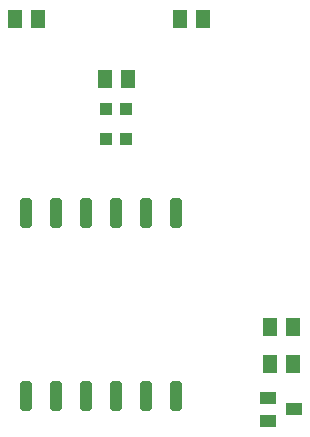
<source format=gtp>
G04 EAGLE Gerber RS-274X export*
G75*
%MOMM*%
%FSLAX34Y34*%
%LPD*%
%INSolderpaste Top*%
%IPPOS*%
%AMOC8*
5,1,8,0,0,1.08239X$1,22.5*%
G01*
%ADD10R,1.100000X1.000000*%
%ADD11R,1.300000X1.500000*%
%ADD12R,1.400000X1.000000*%
%ADD13C,0.500000*%


D10*
X359800Y393700D03*
X376800Y393700D03*
X359800Y368300D03*
X376800Y368300D03*
D11*
X358800Y419100D03*
X377800Y419100D03*
X498500Y177800D03*
X517500Y177800D03*
X282600Y469900D03*
X301600Y469900D03*
X422300Y469900D03*
X441300Y469900D03*
X498500Y209550D03*
X517500Y209550D03*
D12*
X519000Y139700D03*
X497000Y130200D03*
X497000Y149200D03*
D13*
X421600Y296100D02*
X421600Y316100D01*
X421600Y296100D02*
X416600Y296100D01*
X416600Y316100D01*
X421600Y316100D01*
X421600Y300850D02*
X416600Y300850D01*
X416600Y305600D02*
X421600Y305600D01*
X421600Y310350D02*
X416600Y310350D01*
X416600Y315100D02*
X421600Y315100D01*
X396200Y316100D02*
X396200Y296100D01*
X391200Y296100D01*
X391200Y316100D01*
X396200Y316100D01*
X396200Y300850D02*
X391200Y300850D01*
X391200Y305600D02*
X396200Y305600D01*
X396200Y310350D02*
X391200Y310350D01*
X391200Y315100D02*
X396200Y315100D01*
X370800Y316100D02*
X370800Y296100D01*
X365800Y296100D01*
X365800Y316100D01*
X370800Y316100D01*
X370800Y300850D02*
X365800Y300850D01*
X365800Y305600D02*
X370800Y305600D01*
X370800Y310350D02*
X365800Y310350D01*
X365800Y315100D02*
X370800Y315100D01*
X345400Y316100D02*
X345400Y296100D01*
X340400Y296100D01*
X340400Y316100D01*
X345400Y316100D01*
X345400Y300850D02*
X340400Y300850D01*
X340400Y305600D02*
X345400Y305600D01*
X345400Y310350D02*
X340400Y310350D01*
X340400Y315100D02*
X345400Y315100D01*
X320000Y316100D02*
X320000Y296100D01*
X315000Y296100D01*
X315000Y316100D01*
X320000Y316100D01*
X320000Y300850D02*
X315000Y300850D01*
X315000Y305600D02*
X320000Y305600D01*
X320000Y310350D02*
X315000Y310350D01*
X315000Y315100D02*
X320000Y315100D01*
X294600Y316100D02*
X294600Y296100D01*
X289600Y296100D01*
X289600Y316100D01*
X294600Y316100D01*
X294600Y300850D02*
X289600Y300850D01*
X289600Y305600D02*
X294600Y305600D01*
X294600Y310350D02*
X289600Y310350D01*
X289600Y315100D02*
X294600Y315100D01*
X421600Y161100D02*
X421600Y141100D01*
X416600Y141100D01*
X416600Y161100D01*
X421600Y161100D01*
X421600Y145850D02*
X416600Y145850D01*
X416600Y150600D02*
X421600Y150600D01*
X421600Y155350D02*
X416600Y155350D01*
X416600Y160100D02*
X421600Y160100D01*
X396200Y161100D02*
X396200Y141100D01*
X391200Y141100D01*
X391200Y161100D01*
X396200Y161100D01*
X396200Y145850D02*
X391200Y145850D01*
X391200Y150600D02*
X396200Y150600D01*
X396200Y155350D02*
X391200Y155350D01*
X391200Y160100D02*
X396200Y160100D01*
X370800Y161100D02*
X370800Y141100D01*
X365800Y141100D01*
X365800Y161100D01*
X370800Y161100D01*
X370800Y145850D02*
X365800Y145850D01*
X365800Y150600D02*
X370800Y150600D01*
X370800Y155350D02*
X365800Y155350D01*
X365800Y160100D02*
X370800Y160100D01*
X345400Y161100D02*
X345400Y141100D01*
X340400Y141100D01*
X340400Y161100D01*
X345400Y161100D01*
X345400Y145850D02*
X340400Y145850D01*
X340400Y150600D02*
X345400Y150600D01*
X345400Y155350D02*
X340400Y155350D01*
X340400Y160100D02*
X345400Y160100D01*
X320000Y161100D02*
X320000Y141100D01*
X315000Y141100D01*
X315000Y161100D01*
X320000Y161100D01*
X320000Y145850D02*
X315000Y145850D01*
X315000Y150600D02*
X320000Y150600D01*
X320000Y155350D02*
X315000Y155350D01*
X315000Y160100D02*
X320000Y160100D01*
X294600Y161100D02*
X294600Y141100D01*
X289600Y141100D01*
X289600Y161100D01*
X294600Y161100D01*
X294600Y145850D02*
X289600Y145850D01*
X289600Y150600D02*
X294600Y150600D01*
X294600Y155350D02*
X289600Y155350D01*
X289600Y160100D02*
X294600Y160100D01*
M02*

</source>
